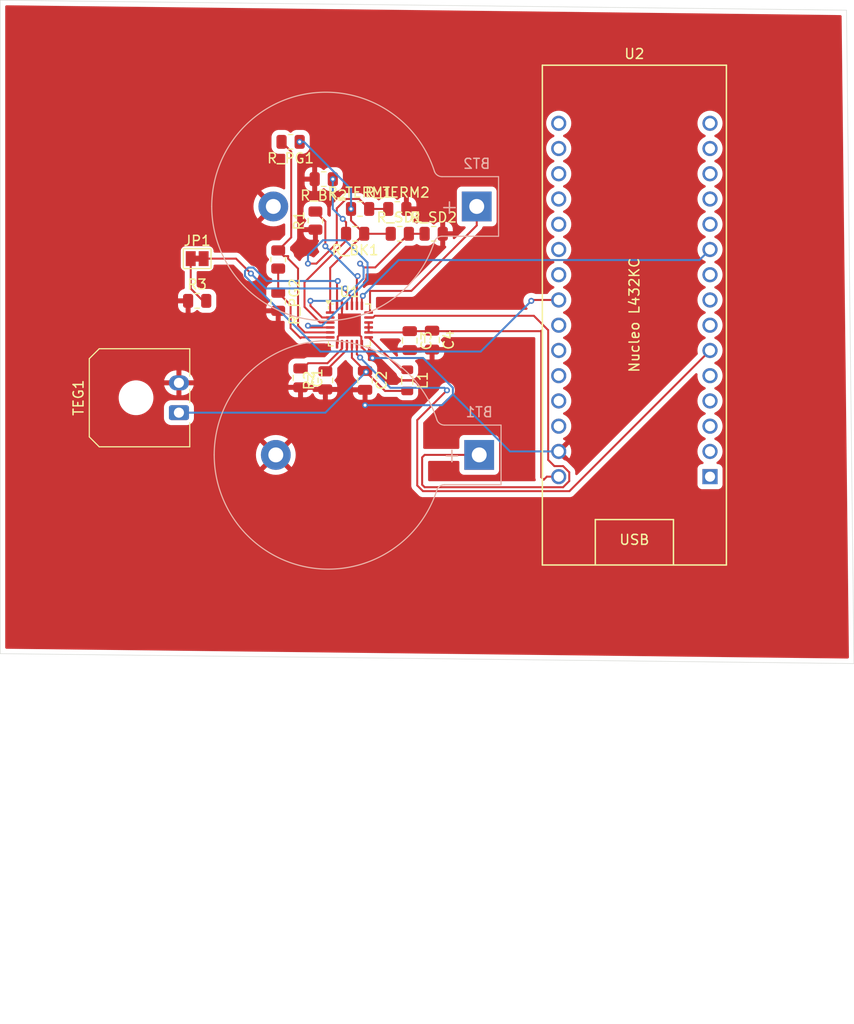
<source format=kicad_pcb>
(kicad_pcb (version 20240108) (generator "pcbnew") (generator_version "8.0")
  (layers (0 "F.Cu" signal) (31 "B.Cu" signal) (34 "B.Paste" user) (35 "F.Paste" user) (36 "B.SilkS" user "B.Silkscreen") (37 "F.SilkS" user "F.Silkscreen") (38 "B.Mask" user) (39 "F.Mask" user) (44 "Edge.Cuts" user))
  (net 0 "")
  (net 1 "Net-(BT1-+)")
  (net 2 "Net-(U1-SETHYST)")
  (net 3 "GND")
  (net 4 "Net-(U1-REG_FB)")
  (net 5 "Net-(U1-REG_D0)")
  (net 6 "Net-(U1-SETBK)")
  (net 7 "Net-(U1-PGOOD)")
  (net 9 "Net-(BT2-+)")
  (net 10 "Net-(U1-MPPT)")
  (net 11 "Net-(JP1-B)")
  (net 12 "Net-(U1-CBP)")
  (net 13 "Net-(U1-VID)")
  (net 14 "Net-(U1-SETSD)")
  (net 15 "Net-(U1-SW)")
  (net 16 "Net-(U1-LLD)")
  (net 17 "Net-(U1-REF)")
  (net 18 "Net-(U1-SETPG)")
  (net 19 "Net-(U1-TERM)")
  (net 20 "Net-(JP1-A)")
  (net 46 "/TEG_POS")
  (footprint "Resistor_SMD:R_0805_2012Metric" (layer "F.Cu") (at 146.5325 50.5)
    (property "Reference" "R_SD2" (at 0 -1.65 0) (layer "F.SilkS"))
    (property "Value" "4.12M")
    (fp_line (start -0.227064 -0.735) (end 0.227064 -0.735) (stroke (width 0.12)) (layer "F.SilkS"))
    (fp_line (start -0.227064 0.735) (end 0.227064 0.735) (stroke (width 0.12)) (layer "F.SilkS"))
    (pad "1" smd roundrect (at -0.9125 0) (size 1.025 1.4) (layers "F.Cu" "F.Paste" "F.Mask") (roundrect_rratio 0.243902) (net 14 "Net-(U1-SETSD)"))
    (pad "2" smd roundrect (at 0.9125 0) (size 1.025 1.4) (layers "F.Cu" "F.Paste" "F.Mask") (roundrect_rratio 0.243902) (net 3 "GND"))
  )
  (footprint "Resistor_SMD:R_0805_2012Metric" (layer "F.Cu") (at 135.4575 45 180)
    (property "Reference" "R_BK2" (at 0 -1.65 360) (layer "F.SilkS"))
    (property "Value" "4.02M")
    (fp_line (start -0.227064 0.735) (end 0.227064 0.735) (stroke (width 0.12)) (layer "F.SilkS"))
    (fp_line (start -0.227064 -0.735) (end 0.227064 -0.735) (stroke (width 0.12)) (layer "F.SilkS"))
    (pad "1" smd roundrect (at -0.9125 0 180) (size 1.025 1.4) (layers "F.Cu" "F.Paste" "F.Mask") (roundrect_rratio 0.243902) (net 6 "Net-(U1-SETBK)"))
    (pad "2" smd roundrect (at 0.9125 0 180) (size 1.025 1.4) (layers "F.Cu" "F.Paste" "F.Mask") (roundrect_rratio 0.243902) (net 3 "GND"))
  )
  (footprint "Inductor_SMD:L_0805_2012Metric" (layer "F.Cu") (at 143.87 65.25 -90)
    (property "Reference" "L1" (at 0 -1.55 90) (layer "F.SilkS"))
    (property "Value" "22uH")
    (fp_line (start -0.399622 0.56) (end 0.399622 0.56) (stroke (width 0.12)) (layer "F.SilkS"))
    (fp_line (start -0.399622 -0.56) (end 0.399622 -0.56) (stroke (width 0.12)) (layer "F.SilkS"))
    (pad "1" smd roundrect (at -1.0625 0 270) (size 0.875 1.2) (layers "F.Cu" "F.Paste" "F.Mask") (net 15 "Net-(U1-SW)"))
    (pad "2" smd roundrect (at 1.0625 0 270) (size 0.875 1.2) (layers "F.Cu" "F.Paste" "F.Mask") (net 46 "/TEG_POS"))
  )
  (footprint "Capacitor_SMD:C_0805_2012Metric" (layer "F.Cu") (at 146.37 61.2 -90)
    (property "Reference" "C4" (at 0 -1.68 90) (layer "F.SilkS"))
    (property "Value" "10uF")
    (fp_line (start -0.261252 0.735) (end 0.261252 0.735) (stroke (width 0.12)) (layer "F.SilkS"))
    (fp_line (start -0.261252 -0.735) (end 0.261252 -0.735) (stroke (width 0.12)) (layer "F.SilkS"))
    (pad "1" smd roundrect (at -0.95 0 270) (size 1 1.45) (layers "F.Cu" "F.Paste" "F.Mask") (net 4 "Net-(U1-REG_FB)"))
    (pad "2" smd roundrect (at 0.95 0 270) (size 1 1.45) (layers "F.Cu" "F.Paste" "F.Mask") (net 3 "GND"))
  )
  (footprint "Resistor_SMD:R_0805_2012Metric" (layer "F.Cu") (at 132.12 41.25 180)
    (property "Reference" "R_PG1" (at 0 -1.65 360) (layer "F.SilkS"))
    (property "Value" "6.19M")
    (fp_line (start -0.227064 0.735) (end 0.227064 0.735) (stroke (width 0.12)) (layer "F.SilkS"))
    (fp_line (start -0.227064 -0.735) (end 0.227064 -0.735) (stroke (width 0.12)) (layer "F.SilkS"))
    (pad "1" smd roundrect (at -0.9125 0 180) (size 1.025 1.4) (layers "F.Cu" "F.Paste" "F.Mask") (roundrect_rratio 0.243902) (net 17 "Net-(U1-REF)"))
    (pad "2" smd roundrect (at 0.9125 0 180) (size 1.025 1.4) (layers "F.Cu" "F.Paste" "F.Mask") (roundrect_rratio 0.243902) (net 18 "Net-(U1-SETPG)"))
  )
  (footprint "Resistor_SMD:R_0805_2012Metric" (layer "F.Cu") (at 142.87 48)
    (property "Reference" "R_TERM2" (at 0 -1.65 0) (layer "F.SilkS"))
    (property "Value" "4.12M")
    (fp_line (start -0.227064 -0.735) (end 0.227064 -0.735) (stroke (width 0.12)) (layer "F.SilkS"))
    (fp_line (start -0.227064 0.735) (end 0.227064 0.735) (stroke (width 0.12)) (layer "F.SilkS"))
    (pad "1" smd roundrect (at -0.9125 0) (size 1.025 1.4) (layers "F.Cu" "F.Paste" "F.Mask") (roundrect_rratio 0.243902) (net 19 "Net-(U1-TERM)"))
    (pad "2" smd roundrect (at 0.9125 0) (size 1.025 1.4) (layers "F.Cu" "F.Paste" "F.Mask") (roundrect_rratio 0.243902) (net 3 "GND"))
  )
  (footprint "Resistor_SMD:R_0805_2012Metric" (layer "F.Cu") (at 134.62 49.1725 90)
    (property "Reference" "R1" (at 0 -1.65 90) (layer "F.SilkS"))
    (property "Value" "111k")
    (fp_line (start -0.227064 -0.735) (end 0.227064 -0.735) (stroke (width 0.12)) (layer "F.SilkS"))
    (fp_line (start -0.227064 0.735) (end 0.227064 0.735) (stroke (width 0.12)) (layer "F.SilkS"))
    (pad "1" smd roundrect (at -0.9125 0 90) (size 1.025 1.4) (layers "F.Cu" "F.Paste" "F.Mask") (roundrect_rratio 0.243902) (net 3 "GND"))
    (pad "2" smd roundrect (at 0.9125 0 90) (size 1.025 1.4) (layers "F.Cu" "F.Paste" "F.Mask") (roundrect_rratio 0.243902) (net 13 "Net-(U1-VID)"))
  )
  (footprint "Resistor_SMD:R_0805_2012Metric" (layer "F.Cu") (at 135.62 65.25 90)
    (property "Reference" "R2" (at 0 -1.65 90) (layer "F.SilkS"))
    (property "Value" "250k")
    (fp_line (start -0.227064 -0.735) (end 0.227064 -0.735) (stroke (width 0.12)) (layer "F.SilkS"))
    (fp_line (start -0.227064 0.735) (end 0.227064 0.735) (stroke (width 0.12)) (layer "F.SilkS"))
    (pad "1" smd roundrect (at -0.9125 0 90) (size 1.025 1.4) (layers "F.Cu" "F.Paste" "F.Mask") (roundrect_rratio 0.243902) (net 3 "GND"))
    (pad "2" smd roundrect (at 0.9125 0 90) (size 1.025 1.4) (layers "F.Cu" "F.Paste" "F.Mask") (roundrect_rratio 0.243902) (net 10 "Net-(U1-MPPT)"))
  )
  (footprint "Resistor_SMD:R_0805_2012Metric" (layer "F.Cu") (at 138.62 50.5 180)
    (property "Reference" "R_BK1" (at 0 -1.65 360) (layer "F.SilkS"))
    (property "Value" "6.04M")
    (fp_line (start -0.227064 0.735) (end 0.227064 0.735) (stroke (width 0.12)) (layer "F.SilkS"))
    (fp_line (start -0.227064 -0.735) (end 0.227064 -0.735) (stroke (width 0.12)) (layer "F.SilkS"))
    (pad "1" smd roundrect (at -0.9125 0 180) (size 1.025 1.4) (layers "F.Cu" "F.Paste" "F.Mask") (roundrect_rratio 0.243902) (net 17 "Net-(U1-REF)"))
    (pad "2" smd roundrect (at 0.9125 0 180) (size 1.025 1.4) (layers "F.Cu" "F.Paste" "F.Mask") (roundrect_rratio 0.243902) (net 6 "Net-(U1-SETBK)"))
  )
  (footprint "Capacitor_SMD:C_0805_2012Metric" (layer "F.Cu") (at 133.12 65 -90)
    (property "Reference" "C1" (at 0 -1.68 90) (layer "F.SilkS"))
    (property "Value" "10nF")
    (fp_line (start -0.261252 0.735) (end 0.261252 0.735) (stroke (width 0.12)) (layer "F.SilkS"))
    (fp_line (start -0.261252 -0.735) (end 0.261252 -0.735) (stroke (width 0.12)) (layer "F.SilkS"))
    (pad "1" smd roundrect (at -0.95 0 270) (size 1 1.45) (layers "F.Cu" "F.Paste" "F.Mask") (net 12 "Net-(U1-CBP)"))
    (pad "2" smd roundrect (at 0.95 0 270) (size 1 1.45) (layers "F.Cu" "F.Paste" "F.Mask") (net 3 "GND"))
  )
  (footprint "Resistor_SMD:R_0805_2012Metric" (layer "F.Cu") (at 139.12 48)
    (property "Reference" "R_TERM1" (at 0 -1.65 0) (layer "F.SilkS"))
    (property "Value" "5.9M")
    (fp_line (start -0.227064 -0.735) (end 0.227064 -0.735) (stroke (width 0.12)) (layer "F.SilkS"))
    (fp_line (start -0.227064 0.735) (end 0.227064 0.735) (stroke (width 0.12)) (layer "F.SilkS"))
    (pad "1" smd roundrect (at -0.9125 0) (size 1.025 1.4) (layers "F.Cu" "F.Paste" "F.Mask") (roundrect_rratio 0.243902) (net 17 "Net-(U1-REF)"))
    (pad "2" smd roundrect (at 0.9125 0) (size 1.025 1.4) (layers "F.Cu" "F.Paste" "F.Mask") (roundrect_rratio 0.243902) (net 19 "Net-(U1-TERM)"))
  )
  (footprint "Resistor_SMD:R_0805_2012Metric" (layer "F.Cu") (at 130.87 57.3375 -90)
    (property "Reference" "R_PG2" (at 0 -1.65 90) (layer "F.SilkS"))
    (property "Value" "3.83M")
    (fp_line (start -0.227064 0.735) (end 0.227064 0.735) (stroke (width 0.12)) (layer "F.SilkS"))
    (fp_line (start -0.227064 -0.735) (end 0.227064 -0.735) (stroke (width 0.12)) (layer "F.SilkS"))
    (pad "1" smd roundrect (at -0.9125 0 270) (size 1.025 1.4) (layers "F.Cu" "F.Paste" "F.Mask") (roundrect_rratio 0.243902) (net 2 "Net-(U1-SETHYST)"))
    (pad "2" smd roundrect (at 0.9125 0 270) (size 1.025 1.4) (layers "F.Cu" "F.Paste" "F.Mask") (roundrect_rratio 0.243902) (net 3 "GND"))
  )
  (footprint "Resistor_SMD:R_0805_2012Metric" (layer "F.Cu") (at 143.12 50.5)
    (property "Reference" "R_SD1" (at 0 -1.65 0) (layer "F.SilkS"))
    (property "Value" "5.9M")
    (fp_line (start -0.227064 -0.735) (end 0.227064 -0.735) (stroke (width 0.12)) (layer "F.SilkS"))
    (fp_line (start -0.227064 0.735) (end 0.227064 0.735) (stroke (width 0.12)) (layer "F.SilkS"))
    (pad "1" smd roundrect (at -0.9125 0) (size 1.025 1.4) (layers "F.Cu" "F.Paste" "F.Mask") (roundrect_rratio 0.243902) (net 17 "Net-(U1-REF)"))
    (pad "2" smd roundrect (at 0.9125 0) (size 1.025 1.4) (layers "F.Cu" "F.Paste" "F.Mask") (roundrect_rratio 0.243902) (net 14 "Net-(U1-SETSD)"))
  )
  (footprint "Resistor_SMD:R_0805_2012Metric" (layer "F.Cu") (at 122.7075 57.25)
    (property "Reference" "R3" (at 0 -1.65 0) (layer "F.SilkS"))
    (property "Value" "150k")
    (fp_line (start -0.227064 -0.735) (end 0.227064 -0.735) (stroke (width 0.12)) (layer "F.SilkS"))
    (fp_line (start -0.227064 0.735) (end 0.227064 0.735) (stroke (width 0.12)) (layer "F.SilkS"))
    (pad "1" smd roundrect (at -0.9125 0) (size 1.025 1.4) (layers "F.Cu" "F.Paste" "F.Mask") (roundrect_rratio 0.243902) (net 3 "GND"))
    (pad "2" smd roundrect (at 0.9125 0) (size 1.025 1.4) (layers "F.Cu" "F.Paste" "F.Mask") (roundrect_rratio 0.243902) (net 20 "Net-(JP1-A)"))
  )
  (footprint "Resistor_SMD:R_0805_2012Metric" (layer "F.Cu") (at 130.87 53.0875 -90)
    (property "Reference" "RR_PG_HYST1" (at -0.0875 -0.25 0) (layer "F.SilkS") (effects (font (size 0.1 0.1) (thickness 0.005))))
    (property "Value" "100k")
    (fp_line (start -0.227064 0.735) (end 0.227064 0.735) (stroke (width 0.12)) (layer "F.SilkS"))
    (fp_line (start -0.227064 -0.735) (end 0.227064 -0.735) (stroke (width 0.12)) (layer "F.SilkS"))
    (pad "1" smd roundrect (at -0.9125 0 270) (size 1.025 1.4) (layers "F.Cu" "F.Paste" "F.Mask") (roundrect_rratio 0.243902) (net 18 "Net-(U1-SETPG)"))
    (pad "2" smd roundrect (at 0.9125 0 270) (size 1.025 1.4) (layers "F.Cu" "F.Paste" "F.Mask") (roundrect_rratio 0.243902) (net 2 "Net-(U1-SETHYST)"))
  )
  (footprint "Capacitor_SMD:C_0805_2012Metric" (layer "F.Cu") (at 139.62 65.25 -90)
    (property "Reference" "C2" (at 0 -1.68 90) (layer "F.SilkS"))
    (property "Value" "10uF")
    (fp_line (start -0.261252 0.735) (end 0.261252 0.735) (stroke (width 0.12)) (layer "F.SilkS"))
    (fp_line (start -0.261252 -0.735) (end 0.261252 -0.735) (stroke (width 0.12)) (layer "F.SilkS"))
    (pad "1" smd roundrect (at -0.95 0 270) (size 1 1.45) (layers "F.Cu" "F.Paste" "F.Mask") (net 46 "/TEG_POS"))
    (pad "2" smd roundrect (at 0.95 0 270) (size 1 1.45) (layers "F.Cu" "F.Paste" "F.Mask") (net 3 "GND"))
  )
  (footprint "Capacitor_SMD:C_0805_2012Metric" (layer "F.Cu") (at 144.12 61.25 -90)
    (property "Reference" "C3" (at 0 -1.68 90) (layer "F.SilkS"))
    (property "Value" "4.7uF")
    (fp_line (start -0.261252 0.735) (end 0.261252 0.735) (stroke (width 0.12)) (layer "F.SilkS"))
    (fp_line (start -0.261252 -0.735) (end 0.261252 -0.735) (stroke (width 0.12)) (layer "F.SilkS"))
    (pad "1" smd roundrect (at -0.95 0 270) (size 1 1.45) (layers "F.Cu" "F.Paste" "F.Mask") (net 4 "Net-(U1-REG_FB)"))
    (pad "2" smd roundrect (at 0.95 0 270) (size 1 1.45) (layers "F.Cu" "F.Paste" "F.Mask") (net 3 "GND"))
  )
  (footprint "UTSVT_Special:NucleoL432KC" (layer "F.Cu") (at 166.75 57.16 90)
    (property "Reference" "U2" (at 24.765 0 360) (layer "F.SilkS"))
    (property "Value" "Nucleo_L432KC")
    (fp_line (start 23.622 -9.271) (end -26.67 -9.271) (stroke (width 0.15)) (layer "F.SilkS"))
    (fp_line (start -26.67 -9.271) (end -26.67 9.271) (stroke (width 0.15)) (layer "F.SilkS"))
    (fp_line (start -22.098 -3.937) (end -22.098 3.937) (stroke (width 0.15)) (layer "F.SilkS"))
    (fp_line (start -26.67 -3.937) (end -22.098 -3.937) (stroke (width 0.15)) (layer "F.SilkS"))
    (fp_line (start -22.098 3.937) (end -26.67 3.937) (stroke (width 0.15)) (layer "F.SilkS"))
    (fp_line (start 23.622 9.271) (end 23.622 -9.271) (stroke (width 0.15)) (layer "F.SilkS"))
    (fp_line (start -26.67 9.271) (end 23.622 9.271) (stroke (width 0.15)) (layer "F.SilkS"))
    (fp_text user "USB" (at -24.13 0 360) (layer "F.SilkS"))
    (fp_text user "Nucleo L432KC" (at -1.524 0 90) (layer "F.SilkS"))
    (pad "1" thru_hole rect (at -17.78 7.62 90) (size 1.524 1.524) (drill 1.02108) (layers "*.Cu" "*.Mask"))
    (pad "2" thru_hole circle (at -15.24 7.62 90) (size 1.524 1.524) (drill 1.02108) (layers "*.Cu" "*.Mask"))
    (pad "3" thru_hole circle (at -12.7 7.62 90) (size 1.524 1.524) (drill 1.02108) (layers "*.Cu" "*.Mask"))
    (pad "4" thru_hole circle (at -10.16 7.62 90) (size 1.524 1.524) (drill 1.02108) (layers "*.Cu" "*.Mask"))
    (pad "5" thru_hole circle (at -7.62 7.62 90) (size 1.524 1.524) (drill 1.02108) (layers "*.Cu" "*.Mask"))
    (pad "6" thru_hole circle (at -5.08 7.62 90) (size 1.524 1.524) (drill 1.02108) (layers "*.Cu" "*.Mask") (net 16 "Net-(U1-LLD)"))
    (pad "7" thru_hole circle (at -2.54 7.62 90) (size 1.524 1.524) (drill 1.02108) (layers "*.Cu" "*.Mask"))
    (pad "8" thru_hole circle (at 0 7.62 90) (size 1.524 1.524) (drill 1.02108) (layers "*.Cu" "*.Mask"))
    (pad "9" thru_hole circle (at 2.54 7.62 90) (size 1.524 1.524) (drill 1.02108) (layers "*.Cu" "*.Mask"))
    (pad "10" thru_hole circle (at 5.08 7.62 90) (size 1.524 1.524) (drill 1.02108) (layers "*.Cu" "*.Mask") (net 7 "Net-(U1-PGOOD)"))
    (pad "11" thru_hole circle (at 7.62 7.62 90) (size 1.524 1.524) (drill 1.02108) (layers "*.Cu" "*.Mask"))
    (pad "12" thru_hole circle (at 10.16 7.62 90) (size 1.524 1.524) (drill 1.02108) (layers "*.Cu" "*.Mask"))
    (pad "13" thru_hole circle (at 12.7 7.62 90) (size 1.524 1.524) (drill 1.02108) (layers "*.Cu" "*.Mask"))
    (pad "14" thru_hole circle (at 15.24 7.62 90) (size 1.524 1.524) (drill 1.02108) (layers "*.Cu" "*.Mask"))
    (pad "15" thru_hole circle (at 17.78 7.62 90) (size 1.524 1.524) (drill 1.02108) (layers "*.Cu" "*.Mask"))
    (pad "16" thru_hole circle (at 17.78 -7.62 90) (size 1.524 1.524) (drill 1.02108) (layers "*.Cu" "*.Mask"))
    (pad "17" thru_hole circle (at 15.24 -7.62 90) (size 1.524 1.524) (drill 1.02108) (layers "*.Cu" "*.Mask"))
    (pad "18" thru_hole circle (at 12.7 -7.62 90) (size 1.524 1.524) (drill 1.02108) (layers "*.Cu" "*.Mask"))
    (pad "19" thru_hole circle (at 10.16 -7.62 90) (size 1.524 1.524) (drill 1.02108) (layers "*.Cu" "*.Mask"))
    (pad "20" thru_hole circle (at 7.62 -7.62 90) (size 1.524 1.524) (drill 1.02108) (layers "*.Cu" "*.Mask"))
    (pad "21" thru_hole circle (at 5.08 -7.62 90) (size 1.524 1.524) (drill 1.02108) (layers "*.Cu" "*.Mask"))
    (pad "22" thru_hole circle (at 2.54 -7.62 90) (size 1.524 1.524) (drill 1.02108) (layers "*.Cu" "*.Mask"))
    (pad "23" thru_hole circle (at 0 -7.62 90) (size 1.524 1.524) (drill 1.02108) (layers "*.Cu" "*.Mask") (net 5 "Net-(U1-REG_D0)"))
    (pad "24" thru_hole circle (at -2.54 -7.62 90) (size 1.524 1.524) (drill 1.02108) (layers "*.Cu" "*.Mask"))
    (pad "25" thru_hole circle (at -5.08 -7.62 90) (size 1.524 1.524) (drill 1.02108) (layers "*.Cu" "*.Mask"))
    (pad "26" thru_hole circle (at -7.62 -7.62 90) (size 1.524 1.524) (drill 1.02108) (layers "*.Cu" "*.Mask"))
    (pad "27" thru_hole circle (at -10.16 -7.62 90) (size 1.524 1.524) (drill 1.02108) (layers "*.Cu" "*.Mask"))
    (pad "28" thru_hole circle (at -12.7 -7.62 90) (size 1.524 1.524) (drill 1.02108) (layers "*.Cu" "*.Mask"))
    (pad "29" thru_hole circle (at -15.24 -7.62 90) (size 1.524 1.524) (drill 1.02108) (layers "*.Cu" "*.Mask") (net 3 "GND"))
    (pad "30" thru_hole circle (at -17.78 -7.62 90) (size 1.524 1.524) (drill 1.02108) (layers "*.Cu" "*.Mask") (net 4 "Net-(U1-REG_FB)"))
  )
  (footprint "Connector_Molex:Molex_Micro-Fit_3.0_43650-0200_1x02_P3.00mm_Horizontal" (layer "F.Cu") (at 120.87 68.5 90)
    (property "Reference" "TEG1" (at 1.5 -10.12 90) (layer "F.SilkS"))
    (property "Value" "~")
    (fp_line (start 5.435 -9.03) (end 6.435 -8.03) (stroke (width 0.12)) (layer "F.SilkS"))
    (fp_line (start -2.435 -9.03) (end 5.435 -9.03) (stroke (width 0.12)) (layer "F.SilkS"))
    (fp_line (start 6.435 -8.03) (end 6.435 1.09) (stroke (width 0.12)) (layer "F.SilkS"))
    (fp_line (start -3.435 -8.03) (end -2.435 -9.03) (stroke (width 0.12)) (layer "F.SilkS"))
    (fp_line (start 6.435 1.09) (end 3.651767 1.09) (stroke (width 0.12)) (layer "F.SilkS"))
    (fp_line (start 1.01 1.09) (end 2.348233 1.09) (stroke (width 0.12)) (layer "F.SilkS"))
    (fp_line (start -3.435 1.09) (end -3.435 -8.03) (stroke (width 0.12)) (layer "F.SilkS"))
    (fp_line (start -3.435 1.09) (end -1.01 1.09) (stroke (width 0.12)) (layer "F.SilkS"))
    (pad "" np_thru_hole circle (at 1.5 -4.32 90) (size 3 3) (drill 3) (layers "*.Cu" "*.Mask"))
    (pad "1" thru_hole roundrect (at 0 0 90) (size 1.5 2.02) (drill 1.02) (layers "*.Cu" "*.Mask") (roundrect_rratio 0.166667) (net 46 "/TEG_POS"))
    (pad "2" thru_hole oval (at 3 0 90) (size 1.5 2.02) (drill 1.02) (layers "*.Cu" "*.Mask") (net 3 "GND"))
  )
  (footprint "Package_CSP:LFCSP-24-1EP_4x4mm_P0.5mm_EP2.3x2.3mm" (layer "F.Cu") (at 138.045 59.675)
    (property "Reference" "U1" (at 0 -3.33 0) (layer "F.SilkS"))
    (property "Value" "ADP5091")
    (fp_line (start -2.11 -1.635) (end -2.11 -1.87) (stroke (width 0.12)) (layer "F.SilkS"))
    (fp_line (start -2.11 2.11) (end -2.11 1.635) (stroke (width 0.12)) (layer "F.SilkS"))
    (fp_line (start -1.635 -2.11) (end -1.81 -2.11) (stroke (width 0.12)) (layer "F.SilkS"))
    (fp_line (start -1.635 2.11) (end -2.11 2.11) (stroke (width 0.12)) (layer "F.SilkS"))
    (fp_line (start 1.635 -2.11) (end 2.11 -2.11) (stroke (width 0.12)) (layer "F.SilkS"))
    (fp_line (start 1.635 2.11) (end 2.11 2.11) (stroke (width 0.12)) (layer "F.SilkS"))
    (fp_line (start 2.11 -2.11) (end 2.11 -1.635) (stroke (width 0.12)) (layer "F.SilkS"))
    (fp_line (start 2.11 2.11) (end 2.11 1.635) (stroke (width 0.12)) (layer "F.SilkS"))
    (fp_poly (pts (xy -2.11 -2.11) (xy -2.35 -2.44) (xy -1.87 -2.44) (xy -2.11 -2.11)) (stroke (width 0.12)) (fill solid) (layer "F.SilkS"))
    (pad "1" smd roundrect (at -1.9375 -1.25) (size 0.875 0.25) (layers "F.Cu" "F.Paste" "F.Mask") (net 17 "Net-(U1-REF)"))
    (pad "2" smd roundrect (at -1.9375 -0.75) (size 0.875 0.25) (layers "F.Cu" "F.Paste" "F.Mask") (net 14 "Net-(U1-SETSD)"))
    (pad "3" smd roundrect (at -1.9375 -0.25) (size 0.875 0.25) (layers "F.Cu" "F.Paste" "F.Mask") (net 6 "Net-(U1-SETBK)"))
    (pad "4" smd roundrect (at -1.9375 0.25) (size 0.875 0.25) (layers "F.Cu" "F.Paste" "F.Mask") (net 19 "Net-(U1-TERM)"))
    (pad "5" smd roundrect (at -1.9375 0.75) (size 0.875 0.25) (layers "F.Cu" "F.Paste" "F.Mask") (net 18 "Net-(U1-SETPG)"))
    (pad "6" smd roundrect (at -1.9375 1.25) (size 0.875 0.25) (layers "F.Cu" "F.Paste" "F.Mask") (net 2 "Net-(U1-SETHYST)"))
    (pad "7" smd roundrect (at -1.25 1.9375) (size 0.25 0.875) (layers "F.Cu" "F.Paste" "F.Mask") (net 3 "GND"))
    (pad "8" smd roundrect (at -0.75 1.9375) (size 0.25 0.875) (layers "F.Cu" "F.Paste" "F.Mask") (net 12 "Net-(U1-CBP)"))
    (pad "9" smd roundrect (at -0.25 1.9375) (size 0.25 0.875) (layers "F.Cu" "F.Paste" "F.Mask") (net 10 "Net-(U1-MPPT)"))
    (pad "10" smd roundrect (at 0.25 1.9375) (size 0.25 0.875) (layers "F.Cu" "F.Paste" "F.Mask") (net 46 "/TEG_POS"))
    (pad "11" smd roundrect (at 0.75 1.9375) (size 0.25 0.875) (layers "F.Cu" "F.Paste" "F.Mask") (net 16 "Net-(U1-LLD)"))
    (pad "12" smd roundrect (at 1.25 1.9375) (size 0.25 0.875) (layers "F.Cu" "F.Paste" "F.Mask") (net 3 "GND"))
    (pad "13" smd roundrect (at 1.9375 1.25) (size 0.875 0.25) (layers "F.Cu" "F.Paste" "F.Mask") (net 15 "Net-(U1-SW)"))
    (pad "14" smd roundrect (at 1.9375 0.75) (size 0.875 0.25) (layers "F.Cu" "F.Paste" "F.Mask") (net 4 "Net-(U1-REG_FB)"))
    (pad "15" smd roundrect (at 1.9375 0.25) (size 0.875 0.25) (layers "F.Cu" "F.Paste" "F.Mask") (net 4 "Net-(U1-REG_FB)"))
    (pad "16" smd roundrect (at 1.9375 -0.25) (size 0.875 0.25) (layers "F.Cu" "F.Paste" "F.Mask") (net 4 "Net-(U1-REG_FB)"))
    (pad "17" smd roundrect (at 1.9375 -0.75) (size 0.875 0.25) (layers "F.Cu" "F.Paste" "F.Mask") (net 1 "Net-(BT1-+)"))
    (pad "18" smd roundrect (at 1.9375 -1.25) (size 0.875 0.25) (layers "F.Cu" "F.Paste" "F.Mask") (net 9 "Net-(BT2-+)"))
    (pad "19" smd roundrect (at 1.25 -1.9375) (size 0.25 0.875) (layers "F.Cu" "F.Paste" "F.Mask") (net 7 "Net-(U1-PGOOD)"))
    (pad "20" smd roundrect (at 0.75 -1.9375) (size 0.25 0.875) (layers "F.Cu" "F.Paste" "F.Mask") (net 13 "Net-(U1-VID)"))
    (pad "21" smd roundrect (at 0.25 -1.9375) (size 0.25 0.875) (layers "F.Cu" "F.Paste" "F.Mask") (net 11 "Net-(JP1-B)"))
    (pad "22" smd roundrect (at -0.25 -1.9375) (size 0.25 0.875) (layers "F.Cu" "F.Paste" "F.Mask"))
    (pad "23" smd roundrect (at -0.75 -1.9375) (size 0.25 0.875) (layers "F.Cu" "F.Paste" "F.Mask") (net 3 "GND"))
    (pad "24" smd roundrect (at -1.25 -1.9375) (size 0.25 0.875) (layers "F.Cu" "F.Paste" "F.Mask") (net 5 "Net-(U1-REG_D0)"))
    (pad "25" smd rect (at 0 0) (size 2.3 2.3) (property pad_prop_heatsink) (layers "F.Cu" "F.Mask") (net 3 "GND"))
  )
  (footprint "Jumper:SolderJumper-2_P1.3mm_Bridged_Pad1.0x1.5mm" (layer "F.Cu") (at 122.7075 53)
    (property "Reference" "JP1" (at 0 -1.8 0) (layer "F.SilkS"))
    (property "Value" "Jumper_2_Bridged")
    (fp_poly (pts (xy -0.25 -0.3) (xy 0.25 -0.3) (xy 0.25 0.3) (xy -0.25 0.3)) (fill solid) (layer "F.Cu"))
    (fp_line (start -1.4 -1) (end 1.4 -1) (stroke (width 0.12)) (layer "F.SilkS"))
    (fp_line (start -1.4 1) (end -1.4 -1) (stroke (width 0.12)) (layer "F.SilkS"))
    (fp_line (start 1.4 -1) (end 1.4 1) (stroke (width 0.12)) (layer "F.SilkS"))
    (fp_line (start 1.4 1) (end -1.4 1) (stroke (width 0.12)) (layer "F.SilkS"))
    (pad "1" smd rect (at -0.65 0) (size 1 1.5) (layers "F.Cu" "F.Mask") (net 20 "Net-(JP1-A)"))
    (pad "2" smd rect (at 0.65 0) (size 1 1.5) (layers "F.Cu" "F.Mask") (net 11 "Net-(JP1-B)"))
  )
  (footprint "Battery:BatteryHolder_Keystone_103_1x20mm" (layer "B.Cu") (at 150.870001 47.75 180)
    (property "Reference" "BT2" (at 0 4.3 360) (layer "B.SilkS") (effects (justify mirror)))
    (property "Value" "Battery_Cell")
    (fp_line (start 3.5 3) (end -2.2 3) (stroke (width 0.12)) (layer "B.SilkS"))
    (fp_line (start 3.5 -3) (end -2.2 -3) (stroke (width 0.12)) (layer "B.SilkS"))
    (fp_line (start -2.2 3) (end -2.2 -3) (stroke (width 0.12)) (layer "B.SilkS"))
    (fp_arc (start 26.695671 0) (mid 16.971103 11.358466) (end 4.25 3.5) (stroke (width 0.12)) (layer "B.SilkS"))
    (fp_arc (start 4.25 -3.5) (mid 16.971103 -11.358466) (end 26.695671 0) (stroke (width 0.12)) (layer "B.SilkS"))
    (fp_arc (start 4.25 -3.5) (mid 3.950694 -3.136459) (end 3.5 -3) (stroke (width 0.12)) (layer "B.SilkS"))
    (fp_arc (start 3.5 3) (mid 3.950694 3.136459) (end 4.25 3.5) (stroke (width 0.12)) (layer "B.SilkS"))
    (fp_text user "+" (at 2.75 0 360) (layer "B.SilkS") (effects (font (size 1.5 1.5)) (justify mirror)))
    (pad "1" thru_hole rect (at 0 0 180) (size 3 3) (drill 1.5) (layers "*.Cu" "*.Mask") (net 9 "Net-(BT2-+)"))
    (pad "2" thru_hole circle (at 20.49 0 180) (size 3 3) (drill 1.5) (layers "*.Cu" "*.Mask") (net 3 "GND"))
  )
  (footprint "Battery:BatteryHolder_Keystone_103_1x20mm" (layer "B.Cu") (at 151.120001 72.75 180)
    (property "Reference" "BT1" (at 0 4.3 360) (layer "B.SilkS") (effects (justify mirror)))
    (property "Value" "Battery_Cell")
    (fp_line (start 3.5 3) (end -2.2 3) (stroke (width 0.12)) (layer "B.SilkS"))
    (fp_line (start 3.5 -3) (end -2.2 -3) (stroke (width 0.12)) (layer "B.SilkS"))
    (fp_line (start -2.2 3) (end -2.2 -3) (stroke (width 0.12)) (layer "B.SilkS"))
    (fp_arc (start 26.695671 0) (mid 16.971103 11.358466) (end 4.25 3.5) (stroke (width 0.12)) (layer "B.SilkS"))
    (fp_arc (start 4.25 -3.5) (mid 16.971103 -11.358466) (end 26.695671 0) (stroke (width 0.12)) (layer "B.SilkS"))
    (fp_arc (start 4.25 -3.5) (mid 3.950694 -3.136459) (end 3.5 -3) (stroke (width 0.12)) (layer "B.SilkS"))
    (fp_arc (start 3.5 3) (mid 3.950694 3.136459) (end 4.25 3.5) (stroke (width 0.12)) (layer "B.SilkS"))
    (fp_text user "+" (at 2.75 0 360) (layer "B.SilkS") (effects (font (size 1.5 1.5)) (justify mirror)))
    (pad "1" thru_hole rect (at 0 0 180) (size 3 3) (drill 1.5) (layers "*.Cu" "*.Mask") (net 1 "Net-(BT1-+)"))
    (pad "2" thru_hole circle (at 20.49 0 180) (size 3 3) (drill 1.5) (layers "*.Cu" "*.Mask") (net 3 "GND"))
  )
  (gr_line (start 102.87 92.75) (end 188.87 93.75) (stroke (width 0.05)) (layer "Edge.Cuts"))
  (gr_line (start 102.87 27) (end 102.87 92.75) (stroke (width 0.05)) (layer "Edge.Cuts"))
  (gr_line (start 188.12 28) (end 102.87 27) (stroke (width 0.05)) (layer "Edge.Cuts"))
  (gr_line (start 188.87 93.75) (end 188.12 28) (stroke (width 0.05)) (layer "Edge.Cuts"))
  (segment (start 156.62 58.75) (end 158.068 60.198) (width 0.2) (layer "F.Cu") (net 1))
  (segment (start 140.434386 58.925) (end 140.609386 58.75) (width 0.2) (layer "F.Cu") (net 1))
  (segment (start 140.609386 58.75) (end 156.62 58.75) (width 0.2) (layer "F.Cu") (net 1))
  (segment (start 145.37 75.75) (end 145.37 73) (width 0.2) (layer "F.Cu") (net 1))
  (segment (start 160.192 75.379895) (end 159.569895 76.002) (width 0.2) (layer "F.Cu") (net 1))
  (segment (start 159.569895 76.002) (end 145.622 76.002) (width 0.2) (layer "F.Cu") (net 1))
  (segment (start 145.622 76.002) (end 145.37 75.75) (width 0.2) (layer "F.Cu") (net 1))
  (segment (start 158.068 73.255895) (end 158.690105 73.878) (width 0.2) (layer "F.Cu") (net 1))
  (segment (start 145.37 73) (end 145.62 72.75) (width 0.2) (layer "F.Cu") (net 1))
  (segment (start 159.569895 73.878) (end 160.192 74.500105) (width 0.2) (layer "F.Cu") (net 1))
  (segment (start 158.690105 73.878) (end 159.569895 73.878) (width 0.2) (layer "F.Cu") (net 1))
  (segment (start 145.62 72.75) (end 151.120001 72.75) (width 0.2) (layer "F.Cu") (net 1))
  (segment (start 158.068 60.198) (end 158.068 73.255895) (width 0.2) (layer "F.Cu") (net 1))
  (segment (start 139.9825 58.925) (end 140.434386 58.925) (width 0.2) (layer "F.Cu") (net 1))
  (segment (start 160.192 74.500105) (end 160.192 75.379895) (width 0.2) (layer "F.Cu") (net 1))
  (segment (start 133.195 60.925) (end 136.1075 60.925) (width 0.2) (layer "F.Cu") (net 2))
  (segment (start 132.12 60) (end 133.12 61) (width 0.2) (layer "F.Cu") (net 2))
  (segment (start 130.87 56.425) (end 132.12 57.675) (width 0.2) (layer "F.Cu") (net 2))
  (segment (start 133.12 61) (end 133.195 60.925) (width 0.2) (layer "F.Cu") (net 2))
  (segment (start 130.87 54) (end 130.87 56.425) (width 0.2) (layer "F.Cu") (net 2))
  (segment (start 132.12 57.675) (end 132.12 60) (width 0.2) (layer "F.Cu") (net 2))
  (segment (start 139.295 61.6125) (end 139.295 61.925) (width 0.2) (layer "F.Cu") (net 3))
  (segment (start 137.295 58.925) (end 138.045 59.675) (width 0.2) (layer "F.Cu") (net 3))
  (segment (start 138.045 59.675) (end 136.87 60.85) (width 0.2) (layer "F.Cu") (net 3))
  (segment (start 139.62 67.75) (end 139.62 66.2) (width 0.2) (layer "F.Cu") (net 3))
  (segment (start 138.045 59.675) (end 139.245 60.875) (width 0.2) (layer "F.Cu") (net 3))
  (segment (start 136.87 61.5375) (end 136.795 61.6125) (width 0.2) (layer "F.Cu") (net 3))
  (segment (start 136.87 60.85) (end 136.87 61.5375) (width 0.2) (layer "F.Cu") (net 3))
  (segment (start 137.295 57.7375) (end 137.295 58.925) (width 0.2) (layer "F.Cu") (net 3))
  (segment (start 139.245 60.875) (end 139.245 61.5625) (width 0.2) (layer "F.Cu") (net 3))
  (segment (start 144.0325 55) (end 142.32 55) (width 0.2) (layer "F.Cu") (net 3))
  (segment (start 139.295 61.925) (end 140.37 63) (width 0.2) (layer "F.Cu") (net 3))
  (segment (start 139.245 61.5625) (end 139.295 61.6125) (width 0.2) (layer "F.Cu") (net 3))
  (via (at 139.62 67.75) (size 0.6) (drill 0.3) (layers "F.Cu" "B.Cu") (net 3))
  (via (at 140.37 63) (size 0.6) (drill 0.3) (layers "F.Cu" "B.Cu") (net 3))
  (segment (start 148.47 66.65) (end 147.37 67.75) (width 0.2) (layer "B.Cu") (net 3))
  (segment (start 145.468529 63) (end 148.47 66.001471) (width 0.2) (layer "B.Cu") (net 3))
  (segment (start 147.37 67.75) (end 139.62 67.75) (width 0.2) (layer "B.Cu") (net 3))
  (segment (start 148.47 66.001471) (end 148.47 66.65) (width 0.2) (layer "B.Cu") (net 3))
  (segment (start 140.37 63) (end 145.468529 63) (width 0.2) (layer "B.Cu") (net 3))
  (segment (start 148.47 66.65) (end 154.22 72.4) (width 0.2) (layer "B.Cu") (net 3))
  (segment (start 154.22 72.4) (end 159.13 72.4) (width 0.2) (layer "B.Cu") (net 3))
  (segment (start 139.9825 60.425) (end 139.9825 59.425) (width 0.2) (layer "F.Cu") (net 4))
  (segment (start 157.37 75) (end 157.62 75.25) (width 0.2) (layer "F.Cu") (net 4))
  (segment (start 143.995 60.425) (end 144.12 60.3) (width 0.2) (layer "F.Cu") (net 4))
  (segment (start 139.9825 60.425) (end 143.995 60.425) (width 0.2) (layer "F.Cu") (net 4))
  (segment (start 157.62 75.25) (end 157.93 74.94) (width 0.2) (layer "F.Cu") (net 4))
  (segment (start 157.37 60.25) (end 157.37 75) (width 0.2) (layer "F.Cu") (net 4))
  (segment (start 157.93 74.94) (end 159.13 74.94) (width 0.2) (layer "F.Cu") (net 4))
  (segment (start 144.12 60.3) (end 157.32 60.3) (width 0.2) (layer "F.Cu") (net 4))
  (segment (start 157.32 60.3) (end 157.37 60.25) (width 0.2) (layer "F.Cu") (net 4))
  (segment (start 159.13 57.16) (end 156.46 57.16) (width 0.2) (layer "F.Cu") (net 5))
  (segment (start 136.87 55.25) (end 136.795 55.325) (width 0.2) (layer "F.Cu") (net 5))
  (segment (start 156.46 57.16) (end 156.37 57.25) (width 0.2) (layer "F.Cu") (net 5))
  (segment (start 136.795 55.325) (end 136.795 57.7375) (width 0.2) (layer "F.Cu") (net 5))
  (via (at 136.87 55.25) (size 0.6) (drill 0.3) (layers "F.Cu" "B.Cu") (net 5))
  (via (at 156.37 57.25) (size 0.6) (drill 0.3) (layers "F.Cu" "B.Cu") (net 5))
  (segment (start 128.368529 53.9) (end 129.718529 55.25) (width 0.2) (layer "B.Cu") (net 5))
  (segment (start 151.27 62.35) (end 135.121471 62.35) (width 0.2) (layer "B.Cu") (net 5))
  (segment (start 135.121471 62.35) (end 127.52 54.748529) (width 0.2) (layer "B.Cu") (net 5))
  (segment (start 156.37 57.25) (end 151.27 62.35) (width 0.2) (layer "B.Cu") (net 5))
  (segment (start 127.871471 53.9) (end 128.368529 53.9) (width 0.2) (layer "B.Cu") (net 5))
  (segment (start 129.718529 55.25) (end 136.87 55.25) (width 0.2) (layer "B.Cu") (net 5))
  (segment (start 127.52 54.251471) (end 127.871471 53.9) (width 0.2) (layer "B.Cu") (net 5))
  (segment (start 127.52 54.748529) (end 127.52 54.251471) (width 0.2) (layer "B.Cu") (net 5))
  (segment (start 133.52 57.860614) (end 135.084386 59.425) (width 0.2) (layer "F.Cu") (net 6))
  (segment (start 137.7075 51.2) (end 133.52 55.3875) (width 0.2) (layer "F.Cu") (net 6))
  (segment (start 135.084386 59.425) (end 136.1075 59.425) (width 0.2) (layer "F.Cu") (net 6))
  (segment (start 137.7075 49.3375) (end 137.7075 50.5) (width 0.2) (layer "F.Cu") (net 6))
  (segment (start 133.52 55.3875) (end 133.52 57.860614) (width 0.2) (layer "F.Cu") (net 6))
  (segment (start 137.37 49) (end 137.7075 49.3375) (width 0.2) (layer "F.Cu") (net 6))
  (segment (start 137.7075 50.5) (end 137.7075 51.2) (width 0.2) (layer "F.Cu") (net 6))
  (via (at 136.37 45) (size 0.6) (drill 0.3) (layers "F.Cu" "B.Cu") (net 6))
  (via (at 137.37 49) (size 0.6) (drill 0.3) (layers "F.Cu" "B.Cu") (net 6))
  (segment (start 136.37 48) (end 136.37 45) (width 0.2) (layer "B.Cu") (net 6))
  (segment (start 137.37 49) (end 136.37 48) (width 0.2) (layer "B.Cu") (net 6))
  (segment (start 139.295 57.7375) (end 139.295 56.85) (width 0.2) (layer "F.Cu") (net 7))
  (segment (start 139.295 56.85) (end 139.395 56.75) (width 0.2) (layer "F.Cu") (net 7))
  (via (at 139.395 56.75) (size 0.6) (drill 0.3) (layers "F.Cu" "B.Cu") (net 7))
  (segment (start 173.308 53.142) (end 174.37 52.08) (width 0.2) (layer "B.Cu") (net 7))
  (segment (start 143.003 53.142) (end 173.308 53.142) (width 0.2) (layer "B.Cu") (net 7))
  (segment (start 139.395 56.75) (end 143.003 53.142) (width 0.2) (layer "B.Cu") (net 7))
  (segment (start 150.870001 49.659743) (end 144.279744 56.25) (width 0.2) (layer "F.Cu") (net 9))
  (segment (start 140.12 58.2875) (end 139.9825 58.425) (width 0.2) (layer "F.Cu") (net 9))
  (segment (start 140.12 56.25) (end 140.12 58.2875) (width 0.2) (layer "F.Cu") (net 9))
  (segment (start 150.870001 47.75) (end 150.870001 49.659743) (width 0.2) (layer "F.Cu") (net 9))
  (segment (start 144.279744 56.25) (end 140.12 56.25) (width 0.2) (layer "F.Cu") (net 9))
  (segment (start 137.795 61.6125) (end 137.795 62.1625) (width 0.2) (layer "F.Cu") (net 10))
  (segment (start 137.795 62.1625) (end 135.62 64.3375) (width 0.2) (layer "F.Cu") (net 10))
  (segment (start 123.3575 53) (end 126.62 53) (width 0.2) (layer "F.Cu") (net 11))
  (segment (start 137.62 56) (end 137.62 56.25) (width 0.2) (layer "F.Cu") (net 11))
  (segment (start 138.295 56.925) (end 138.295 57.7375) (width 0.2) (layer "F.Cu") (net 11))
  (segment (start 126.62 53) (end 128.12 54.5) (width 0.2) (layer "F.Cu") (net 11))
  (segment (start 137.62 56.25) (end 138.295 56.925) (width 0.2) (layer "F.Cu") (net 11))
  (via (at 137.62 56) (size 0.6) (drill 0.3) (layers "F.Cu" "B.Cu") (net 11))
  (via (at 128.12 54.5) (size 0.6) (drill 0.3) (layers "F.Cu" "B.Cu") (net 11))
  (segment (start 128.12 54.5) (end 129.62 56) (width 0.2) (layer "B.Cu") (net 11))
  (segment (start 129.62 56) (end 137.62 56) (width 0.2) (layer "B.Cu") (net 11))
  (segment (start 133.895 63.525) (end 133.12 64.3) (width 0.2) (layer "F.Cu") (net 12))
  (segment (start 137.295 62.064386) (end 135.834386 63.525) (width 0.2) (layer "F.Cu") (net 12))
  (segment (start 137.295 61.6125) (end 137.295 62.064386) (width 0.2) (layer "F.Cu") (net 12))
  (segment (start 135.834386 63.525) (end 133.895 63.525) (width 0.2) (layer "F.Cu") (net 12))
  (segment (start 135.62 49.26) (end 135.62 51.75) (width 0.2) (layer "F.Cu") (net 13))
  (segment (start 138.87 54.75) (end 138.795 54.825) (width 0.2) (layer "F.Cu") (net 13))
  (segment (start 138.795 54.825) (end 138.795 57.7375) (width 0.2) (layer "F.Cu") (net 13))
  (segment (start 134.62 48.26) (end 135.62 49.26) (width 0.2) (layer "F.Cu") (net 13))
  (via (at 138.87 54.75) (size 0.6) (drill 0.3) (layers "F.Cu" "B.Cu") (net 13))
  (via (at 135.62 51.75) (size 0.6) (drill 0.3) (layers "F.Cu" "B.Cu") (net 13))
  (segment (start 135.62 51.75) (end 138.62 54.75) (width 0.2) (layer "B.Cu") (net 13))
  (segment (start 138.62 54.75) (end 138.87 54.75) (width 0.2) (layer "B.Cu") (net 13))
  (segment (start 134.12 57.25) (end 134.12 57.75) (width 0.2) (layer "F.Cu") (net 14))
  (segment (start 144.0325 50.5) (end 145.62 50.5) (width 0.2) (layer "F.Cu") (net 14))
  (segment (start 135.295 58.925) (end 136.1075 58.925) (width 0.2) (layer "F.Cu") (net 14))
  (segment (start 140.647452 53.885048) (end 139.505048 53.885048) (width 0.2) (layer "F.Cu") (net 14))
  (segment (start 139.505048 53.885048) (end 139.12 53.5) (width 0.2) (layer "F.Cu") (net 14))
  (segment (start 144.0325 50.5) (end 140.647452 53.885048) (width 0.2) (layer "F.Cu") (net 14))
  (segment (start 134.12 57.75) (end 135.295 58.925) (width 0.2) (layer "F.Cu") (net 14))
  (via (at 134.12 57.25) (size 0.6) (drill 0.3) (layers "F.Cu" "B.Cu") (net 14))
  (via (at 139.12 53.5) (size 0.6) (drill 0.3) (layers "F.Cu" "B.Cu") (net 14))
  (segment (start 139.47 54.998529) (end 137.218529 57.25) (width 0.2) (layer "B.Cu") (net 14))
  (segment (start 139.12 53.5) (end 139.47 53.85) (width 0.2) (layer "B.Cu") (net 14))
  (segment (start 137.218529 57.25) (end 134.12 57.25) (width 0.2) (layer "B.Cu") (net 14))
  (segment (start 139.47 53.85) (end 139.47 54.998529) (width 0.2) (layer "B.Cu") (net 14))
  (segment (start 143.245 64.1875) (end 139.9825 60.925) (width 0.2) (layer "F.Cu") (net 15))
  (segment (start 143.87 64.1875) (end 143.245 64.1875) (width 0.2) (layer "F.Cu") (net 15))
  (segment (start 144.8775 75.823186) (end 144.8775 69.2425) (width 0.2) (layer "F.Cu") (net 16))
  (segment (start 160.208 76.402) (end 145.456314 76.402) (width 0.2) (layer "F.Cu") (net 16))
  (segment (start 138.795 62.626472) (end 138.795 61.6125) (width 0.2) (layer "F.Cu") (net 16))
  (segment (start 144.8775 69.2425) (end 147.87 66.25) (width 0.2) (layer "F.Cu") (net 16))
  (segment (start 145.456314 76.402) (end 144.8775 75.823186) (width 0.2) (layer "F.Cu") (net 16))
  (segment (start 139.118528 62.95) (end 138.795 62.626472) (width 0.2) (layer "F.Cu") (net 16))
  (segment (start 174.37 62.24) (end 160.208 76.402) (width 0.2) (layer "F.Cu") (net 16))
  (via (at 139.118528 62.95) (size 0.6) (drill 0.3) (layers "F.Cu" "B.Cu") (net 16))
  (via (at 147.87 66.25) (size 0.6) (drill 0.3) (layers "F.Cu" "B.Cu") (net 16))
  (segment (start 147.62 66) (end 142.168528 66) (width 0.2) (layer "B.Cu") (net 16))
  (segment (start 142.168528 66) (end 139.118528 62.95) (width 0.2) (layer "B.Cu") (net 16))
  (segment (start 147.87 66.25) (end 147.62 66) (width 0.2) (layer "B.Cu") (net 16))
  (segment (start 138.2075 49.175) (end 139.5325 50.5) (width 0.2) (layer "F.Cu") (net 17))
  (segment (start 136.1075 53.925) (end 136.1075 58.425) (width 0.2) (layer "F.Cu") (net 17))
  (segment (start 139.5325 50.5) (end 136.1075 53.925) (width 0.2) (layer "F.Cu") (net 17))
  (segment (start 138.2075 48) (end 138.2075 49.175) (width 0.2) (layer "F.Cu") (net 17))
  (segment (start 142.2075 50.5) (end 139.5325 50.5) (width 0.2) (layer "F.Cu") (net 17))
  (via (at 138.2075 48) (size 0.6) (drill 0.3) (layers "F.Cu" "B.Cu") (net 17))
  (via (at 133.0325 41.25) (size 0.6) (drill 0.3) (layers "F.Cu" "B.Cu") (net 17))
  (segment (start 138.2075 45.988971) (end 133.468529 41.25) (width 0.2) (layer "B.Cu") (net 17))
  (segment (start 138.2075 48) (end 138.2075 45.988971) (width 0.2) (layer "B.Cu") (net 17))
  (segment (start 133.468529 41.25) (end 133.0325 41.25) (width 0.2) (layer "B.Cu") (net 17))
  (segment (start 132.180001 50.864999) (end 130.87 52.175) (width 0.2) (layer "F.Cu") (net 18))
  (segment (start 130.87 52.175) (end 131.445 52.75) (width 0.2) (layer "F.Cu") (net 18))
  (segment (start 132.87 54) (end 132.87 59.75) (width 0.2) (layer "F.Cu") (net 18))
  (segment (start 131.87 53) (end 132.87 54) (width 0.2) (layer "F.Cu") (net 18))
  (segment (start 131.2075 41.25) (end 132.180001 42.222501) (width 0.2) (layer "F.Cu") (net 18))
  (segment (start 132.87 59.75) (end 133.545 60.425) (width 0.2) (layer "F.Cu") (net 18))
  (segment (start 131.87 52.75) (end 131.87 53) (width 0.2) (layer "F.Cu") (net 18))
  (segment (start 131.445 52.75) (end 131.87 52.75) (width 0.2) (layer "F.Cu") (net 18))
  (segment (start 133.545 60.425) (end 136.1075 60.425) (width 0.2) (layer "F.Cu") (net 18))
  (segment (start 132.180001 42.222501) (end 132.180001 50.864999) (width 0.2) (layer "F.Cu") (net 18))
  (segment (start 134.045 59.925) (end 136.1075 59.925) (width 0.2) (layer "F.Cu") (net 19))
  (segment (start 136.77 47.940256) (end 137.710256 47) (width 0.2) (layer "F.Cu") (net 19))
  (segment (start 141.9575 48) (end 140.0325 48) (width 0.2) (layer "F.Cu") (net 19))
  (segment (start 134.718529 53.5) (end 136.77 51.448529) (width 0.2) (layer "F.Cu") (net 19))
  (segment (start 139.0325 47) (end 140.0325 48) (width 0.2) (layer "F.Cu") (net 19))
  (segment (start 136.77 51.448529) (end 136.77 47.940256) (width 0.2) (layer "F.Cu") (net 19))
  (segment (start 137.710256 47) (end 139.0325 47) (width 0.2) (layer "F.Cu") (net 19))
  (segment (start 133.87 53.5) (end 134.718529 53.5) (width 0.2) (layer "F.Cu") (net 19))
  (segment (start 133.87 59.75) (end 134.045 59.925) (width 0.2) (layer "F.Cu") (net 19))
  (via (at 133.87 53.5) (size 0.6) (drill 0.3) (layers "F.Cu" "B.Cu") (net 19))
  (via (at 133.87 59.75) (size 0.6) (drill 0.3) (layers "F.Cu" "B.Cu") (net 19))
  (segment (start 139.87 53.401471) (end 139.87 55.164215) (width 0.2) (layer "B.Cu") (net 19))
  (segment (start 135.371471 51.15) (end 137.618529 51.15) (width 0.2) (layer "B.Cu") (net 19))
  (segment (start 139.87 55.164215) (end 135.284215 59.75) (width 0.2) (layer "B.Cu") (net 19))
  (segment (start 133.87 53.5) (end 133.87 52.651471) (width 0.2) (layer "B.Cu") (net 19))
  (segment (start 137.618529 51.15) (end 139.87 53.401471) (width 0.2) (layer "B.Cu") (net 19))
  (segment (start 135.284215 59.75) (end 133.87 59.75) (width 0.2) (layer "B.Cu") (net 19))
  (segment (start 133.87 52.651471) (end 135.371471 51.15) (width 0.2) (layer "B.Cu") (net 19))
  (segment (start 122.0575 53) (end 122.0575 56.015256) (width 0.2) (layer "F.Cu") (net 20))
  (segment (start 123.292244 57.25) (end 123.62 57.25) (width 0.2) (layer "F.Cu") (net 20))
  (segment (start 122.0575 56.015256) (end 123.292244 57.25) (width 0.2) (layer "F.Cu") (net 20))
  (segment (start 139.72 64.4) (end 139.62 64.3) (width 0.2) (layer "F.Cu") (net 46))
  (segment (start 141.6325 66.3125) (end 139.72 64.4) (width 0.2) (layer "F.Cu") (net 46))
  (segment (start 138.295 62.975) (end 139.62 64.3) (width 0.2) (layer "F.Cu") (net 46))
  (segment (start 138.295 61.6125) (end 138.295 62.975) (width 0.2) (layer "F.Cu") (net 46))
  (segment (start 143.87 66.3125) (end 141.6325 66.3125) (width 0.2) (layer "F.Cu") (net 46))
  (via (at 139.72 64.4) (size 0.6) (drill 0.3) (layers "F.Cu" "B.Cu") (net 46))
  (segment (start 135.62 68.5) (end 120.87 68.5) (width 0.2) (layer "B.Cu") (net 46))
  (segment (start 139.72 64.4) (end 135.62 68.5) (width 0.2) (layer "B.Cu") (net 46))
  (zone (net 3) (net_name "GND") (layer "F.Cu") (connect_pads (clearance 0.5)) (min_thickness 0.25) (fill yes (thermal_gap 0.5) (thermal_bridge_width 0.5))
    (polygon (pts (xy 102.87 92.75) (xy 188.87 93.75) (xy 188.12 28) (xy 102.87 27)))
  )
)
</source>
